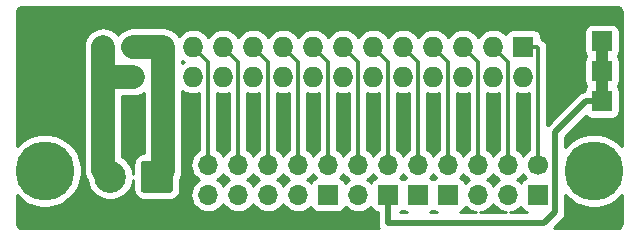
<source format=gbl>
G04 #@! TF.GenerationSoftware,KiCad,Pcbnew,(5.1.4-0-10_14)*
G04 #@! TF.CreationDate,2019-10-04T00:01:10+03:00*
G04 #@! TF.ProjectId,RibbonCable_MB_BreakdownBoard_pt,52696262-6f6e-4436-9162-6c655f4d425f,rev?*
G04 #@! TF.SameCoordinates,Original*
G04 #@! TF.FileFunction,Copper,L2,Bot*
G04 #@! TF.FilePolarity,Positive*
%FSLAX46Y46*%
G04 Gerber Fmt 4.6, Leading zero omitted, Abs format (unit mm)*
G04 Created by KiCad (PCBNEW (5.1.4-0-10_14)) date 2019-10-04 00:01:10*
%MOMM*%
%LPD*%
G04 APERTURE LIST*
%ADD10R,1.700000X1.700000*%
%ADD11C,5.000000*%
%ADD12C,2.700000*%
%ADD13C,0.150000*%
%ADD14O,1.700000X1.700000*%
%ADD15C,1.700000*%
%ADD16O,1.727200X1.727200*%
%ADD17R,1.727200X1.727200*%
%ADD18C,2.000000*%
%ADD19C,0.300000*%
%ADD20C,1.000000*%
%ADD21C,0.500000*%
%ADD22C,0.254000*%
G04 APERTURE END LIST*
D10*
X160682330Y-78613693D03*
X160682330Y-76073693D03*
X160682330Y-73533693D03*
D11*
X113500000Y-84500000D03*
X160000000Y-84500000D03*
D12*
X119040000Y-85000000D03*
D13*
G36*
X124124503Y-83651204D02*
G01*
X124148772Y-83654804D01*
X124172570Y-83660765D01*
X124195670Y-83669030D01*
X124217849Y-83679520D01*
X124238892Y-83692133D01*
X124258598Y-83706748D01*
X124276776Y-83723224D01*
X124293252Y-83741402D01*
X124307867Y-83761108D01*
X124320480Y-83782151D01*
X124330970Y-83804330D01*
X124339235Y-83827430D01*
X124345196Y-83851228D01*
X124348796Y-83875497D01*
X124350000Y-83900001D01*
X124350000Y-86099999D01*
X124348796Y-86124503D01*
X124345196Y-86148772D01*
X124339235Y-86172570D01*
X124330970Y-86195670D01*
X124320480Y-86217849D01*
X124307867Y-86238892D01*
X124293252Y-86258598D01*
X124276776Y-86276776D01*
X124258598Y-86293252D01*
X124238892Y-86307867D01*
X124217849Y-86320480D01*
X124195670Y-86330970D01*
X124172570Y-86339235D01*
X124148772Y-86345196D01*
X124124503Y-86348796D01*
X124099999Y-86350000D01*
X121900001Y-86350000D01*
X121875497Y-86348796D01*
X121851228Y-86345196D01*
X121827430Y-86339235D01*
X121804330Y-86330970D01*
X121782151Y-86320480D01*
X121761108Y-86307867D01*
X121741402Y-86293252D01*
X121723224Y-86276776D01*
X121706748Y-86258598D01*
X121692133Y-86238892D01*
X121679520Y-86217849D01*
X121669030Y-86195670D01*
X121660765Y-86172570D01*
X121654804Y-86148772D01*
X121651204Y-86124503D01*
X121650000Y-86099999D01*
X121650000Y-83900001D01*
X121651204Y-83875497D01*
X121654804Y-83851228D01*
X121660765Y-83827430D01*
X121669030Y-83804330D01*
X121679520Y-83782151D01*
X121692133Y-83761108D01*
X121706748Y-83741402D01*
X121723224Y-83723224D01*
X121741402Y-83706748D01*
X121761108Y-83692133D01*
X121782151Y-83679520D01*
X121804330Y-83669030D01*
X121827430Y-83660765D01*
X121851228Y-83654804D01*
X121875497Y-83651204D01*
X121900001Y-83650000D01*
X124099999Y-83650000D01*
X124124503Y-83651204D01*
X124124503Y-83651204D01*
G37*
D12*
X123000000Y-85000000D03*
D14*
X127330000Y-86540000D03*
X127330000Y-84000000D03*
X129870000Y-86540000D03*
X129870000Y-84000000D03*
X132410000Y-86540000D03*
X132410000Y-84000000D03*
X134950000Y-86540000D03*
X134950000Y-84000000D03*
D10*
X137490000Y-86540000D03*
D14*
X137490000Y-84000000D03*
X140030000Y-86540000D03*
X140030000Y-84000000D03*
D10*
X142570000Y-86540000D03*
D14*
X142570000Y-84000000D03*
D10*
X145110000Y-86540000D03*
D14*
X145110000Y-84000000D03*
D10*
X147650000Y-86540000D03*
D14*
X147650000Y-84000000D03*
X150190000Y-86540000D03*
X150190000Y-84000000D03*
X152730000Y-86540000D03*
X152730000Y-84000000D03*
D10*
X155270000Y-86540000D03*
D15*
X155270000Y-84000000D03*
D16*
X118440000Y-76540000D03*
X118440000Y-74000000D03*
X120980000Y-76540000D03*
X120980000Y-74000000D03*
X123520000Y-76540000D03*
X123520000Y-74000000D03*
X126060000Y-76540000D03*
X126060000Y-74000000D03*
X128600000Y-76540000D03*
X128600000Y-74000000D03*
X131140000Y-76540000D03*
X131140000Y-74000000D03*
X133680000Y-76540000D03*
X133680000Y-74000000D03*
X136220000Y-76540000D03*
X136220000Y-74000000D03*
X138760000Y-76540000D03*
X138760000Y-74000000D03*
X141300000Y-76540000D03*
X141300000Y-74000000D03*
X143840000Y-76540000D03*
X143840000Y-74000000D03*
X146380000Y-76540000D03*
X146380000Y-74000000D03*
X148920000Y-76540000D03*
X148920000Y-74000000D03*
X151460000Y-76540000D03*
X151460000Y-74000000D03*
X154000000Y-76540000D03*
D17*
X154000000Y-74000000D03*
D18*
X120980000Y-76540000D02*
X118440000Y-76540000D01*
X118440000Y-74000000D02*
X118440000Y-76540000D01*
X118440000Y-84400000D02*
X119040000Y-85000000D01*
X118440000Y-76540000D02*
X118440000Y-84400000D01*
X120980000Y-74000000D02*
X123520000Y-74000000D01*
X123520000Y-74000000D02*
X123520000Y-76540000D01*
X123520000Y-84480000D02*
X123000000Y-85000000D01*
X123520000Y-76540000D02*
X123520000Y-84480000D01*
D19*
X127330000Y-75270000D02*
X127330000Y-84000000D01*
X126060000Y-74000000D02*
X127330000Y-75270000D01*
X129870000Y-75270000D02*
X129870000Y-84000000D01*
X128600000Y-74000000D02*
X129870000Y-75270000D01*
X132410000Y-75270000D02*
X132410000Y-84000000D01*
X131140000Y-74000000D02*
X132410000Y-75270000D01*
X134950000Y-75270000D02*
X134950000Y-84000000D01*
X133680000Y-74000000D02*
X134950000Y-75270000D01*
X137490000Y-75270000D02*
X137490000Y-84000000D01*
X136220000Y-74000000D02*
X137490000Y-75270000D01*
X140030000Y-75270000D02*
X140030000Y-84000000D01*
X138760000Y-74000000D02*
X140030000Y-75270000D01*
X142570000Y-75270000D02*
X142570000Y-84000000D01*
X141300000Y-74000000D02*
X142570000Y-75270000D01*
X145110000Y-75270000D02*
X145110000Y-84000000D01*
X143840000Y-74000000D02*
X145110000Y-75270000D01*
X147650000Y-75270000D02*
X147650000Y-84000000D01*
X146380000Y-74000000D02*
X147650000Y-75270000D01*
X150190000Y-75270000D02*
X150190000Y-84000000D01*
X148920000Y-74000000D02*
X150190000Y-75270000D01*
X152730000Y-75270000D02*
X152730000Y-84000000D01*
X151460000Y-74000000D02*
X152730000Y-75270000D01*
X155270000Y-74106400D02*
X155270000Y-82797919D01*
X155163600Y-74000000D02*
X155270000Y-74106400D01*
X155270000Y-82797919D02*
X155270000Y-84000000D01*
X154000000Y-74000000D02*
X155163600Y-74000000D01*
D20*
X160682330Y-73533693D02*
X160682330Y-76073693D01*
X160682330Y-76073693D02*
X160682330Y-78613693D01*
D21*
X142570000Y-87890000D02*
X142569968Y-87890032D01*
X142570000Y-86540000D02*
X142570000Y-87890000D01*
X159332330Y-78613693D02*
X160682330Y-78613693D01*
X156700000Y-88000000D02*
X156700000Y-81246023D01*
X156700000Y-81246023D02*
X159332330Y-78613693D01*
X142570000Y-88896659D02*
X142573341Y-88900000D01*
X142573341Y-88900000D02*
X155800000Y-88900000D01*
X155800000Y-88900000D02*
X156700000Y-88000000D01*
X142570000Y-87890000D02*
X142570000Y-88896659D01*
D22*
G36*
X158001554Y-86935114D02*
G01*
X158515021Y-87278201D01*
X159085554Y-87514524D01*
X159691229Y-87635000D01*
X160308771Y-87635000D01*
X160914446Y-87514524D01*
X161484979Y-87278201D01*
X161998446Y-86935114D01*
X162340001Y-86593559D01*
X162340001Y-88967711D01*
X162330420Y-89065424D01*
X162311420Y-89128357D01*
X162280554Y-89186406D01*
X162239011Y-89237343D01*
X162188356Y-89279248D01*
X162130529Y-89310515D01*
X162067728Y-89329956D01*
X161972165Y-89340000D01*
X156611578Y-89340000D01*
X157295050Y-88656529D01*
X157328817Y-88628817D01*
X157366533Y-88582861D01*
X157439410Y-88494060D01*
X157439411Y-88494059D01*
X157521589Y-88340313D01*
X157572195Y-88173490D01*
X157585000Y-88043477D01*
X157585000Y-88043467D01*
X157589281Y-88000001D01*
X157585000Y-87956535D01*
X157585000Y-86518560D01*
X158001554Y-86935114D01*
X158001554Y-86935114D01*
G37*
X158001554Y-86935114D02*
X158515021Y-87278201D01*
X159085554Y-87514524D01*
X159691229Y-87635000D01*
X160308771Y-87635000D01*
X160914446Y-87514524D01*
X161484979Y-87278201D01*
X161998446Y-86935114D01*
X162340001Y-86593559D01*
X162340001Y-88967711D01*
X162330420Y-89065424D01*
X162311420Y-89128357D01*
X162280554Y-89186406D01*
X162239011Y-89237343D01*
X162188356Y-89279248D01*
X162130529Y-89310515D01*
X162067728Y-89329956D01*
X161972165Y-89340000D01*
X156611578Y-89340000D01*
X157295050Y-88656529D01*
X157328817Y-88628817D01*
X157366533Y-88582861D01*
X157439410Y-88494060D01*
X157439411Y-88494059D01*
X157521589Y-88340313D01*
X157572195Y-88173490D01*
X157585000Y-88043477D01*
X157585000Y-88043467D01*
X157589281Y-88000001D01*
X157585000Y-87956535D01*
X157585000Y-86518560D01*
X158001554Y-86935114D01*
G36*
X162065424Y-70669580D02*
G01*
X162128356Y-70688580D01*
X162186405Y-70719445D01*
X162237343Y-70760989D01*
X162279248Y-70811644D01*
X162310515Y-70869471D01*
X162329956Y-70932272D01*
X162340000Y-71027835D01*
X162340001Y-82406441D01*
X161998446Y-82064886D01*
X161484979Y-81721799D01*
X160914446Y-81485476D01*
X160308771Y-81365000D01*
X159691229Y-81365000D01*
X159085554Y-81485476D01*
X158515021Y-81721799D01*
X158001554Y-82064886D01*
X157585000Y-82481440D01*
X157585000Y-81612601D01*
X159336781Y-79860820D01*
X159381145Y-79914878D01*
X159477836Y-79994230D01*
X159588150Y-80053195D01*
X159707848Y-80089505D01*
X159832330Y-80101765D01*
X161532330Y-80101765D01*
X161656812Y-80089505D01*
X161776510Y-80053195D01*
X161886824Y-79994230D01*
X161983515Y-79914878D01*
X162062867Y-79818187D01*
X162121832Y-79707873D01*
X162158142Y-79588175D01*
X162170402Y-79463693D01*
X162170402Y-77763693D01*
X162158142Y-77639211D01*
X162121832Y-77519513D01*
X162062867Y-77409199D01*
X162009108Y-77343693D01*
X162062867Y-77278187D01*
X162121832Y-77167873D01*
X162158142Y-77048175D01*
X162170402Y-76923693D01*
X162170402Y-75223693D01*
X162158142Y-75099211D01*
X162121832Y-74979513D01*
X162062867Y-74869199D01*
X162009108Y-74803693D01*
X162062867Y-74738187D01*
X162121832Y-74627873D01*
X162158142Y-74508175D01*
X162170402Y-74383693D01*
X162170402Y-72683693D01*
X162158142Y-72559211D01*
X162121832Y-72439513D01*
X162062867Y-72329199D01*
X161983515Y-72232508D01*
X161886824Y-72153156D01*
X161776510Y-72094191D01*
X161656812Y-72057881D01*
X161532330Y-72045621D01*
X159832330Y-72045621D01*
X159707848Y-72057881D01*
X159588150Y-72094191D01*
X159477836Y-72153156D01*
X159381145Y-72232508D01*
X159301793Y-72329199D01*
X159242828Y-72439513D01*
X159206518Y-72559211D01*
X159194258Y-72683693D01*
X159194258Y-74383693D01*
X159206518Y-74508175D01*
X159242828Y-74627873D01*
X159301793Y-74738187D01*
X159355552Y-74803693D01*
X159301793Y-74869199D01*
X159242828Y-74979513D01*
X159206518Y-75099211D01*
X159194258Y-75223693D01*
X159194258Y-76923693D01*
X159206518Y-77048175D01*
X159242828Y-77167873D01*
X159301793Y-77278187D01*
X159355552Y-77343693D01*
X159301793Y-77409199D01*
X159242828Y-77519513D01*
X159206518Y-77639211D01*
X159196812Y-77737758D01*
X159158840Y-77741498D01*
X158992017Y-77792104D01*
X158838271Y-77874282D01*
X158737283Y-77957161D01*
X158737281Y-77957163D01*
X158703513Y-77984876D01*
X158675800Y-78018644D01*
X156104951Y-80589494D01*
X156071184Y-80617206D01*
X156055000Y-80636926D01*
X156055000Y-74144952D01*
X156058797Y-74106399D01*
X156055000Y-74067846D01*
X156055000Y-74067839D01*
X156043641Y-73952513D01*
X155998754Y-73804540D01*
X155925862Y-73668167D01*
X155827764Y-73548636D01*
X155797811Y-73524054D01*
X155745947Y-73472190D01*
X155721364Y-73442236D01*
X155601833Y-73344138D01*
X155501672Y-73290601D01*
X155501672Y-73136400D01*
X155489412Y-73011918D01*
X155453102Y-72892220D01*
X155394137Y-72781906D01*
X155314785Y-72685215D01*
X155218094Y-72605863D01*
X155107780Y-72546898D01*
X154988082Y-72510588D01*
X154863600Y-72498328D01*
X153136400Y-72498328D01*
X153011918Y-72510588D01*
X152892220Y-72546898D01*
X152781906Y-72605863D01*
X152685215Y-72685215D01*
X152605863Y-72781906D01*
X152546898Y-72892220D01*
X152531414Y-72943265D01*
X152524797Y-72935203D01*
X152296606Y-72747931D01*
X152036264Y-72608775D01*
X151753777Y-72523084D01*
X151533619Y-72501400D01*
X151386381Y-72501400D01*
X151166223Y-72523084D01*
X150883736Y-72608775D01*
X150623394Y-72747931D01*
X150395203Y-72935203D01*
X150207931Y-73163394D01*
X150190000Y-73196940D01*
X150172069Y-73163394D01*
X149984797Y-72935203D01*
X149756606Y-72747931D01*
X149496264Y-72608775D01*
X149213777Y-72523084D01*
X148993619Y-72501400D01*
X148846381Y-72501400D01*
X148626223Y-72523084D01*
X148343736Y-72608775D01*
X148083394Y-72747931D01*
X147855203Y-72935203D01*
X147667931Y-73163394D01*
X147650000Y-73196940D01*
X147632069Y-73163394D01*
X147444797Y-72935203D01*
X147216606Y-72747931D01*
X146956264Y-72608775D01*
X146673777Y-72523084D01*
X146453619Y-72501400D01*
X146306381Y-72501400D01*
X146086223Y-72523084D01*
X145803736Y-72608775D01*
X145543394Y-72747931D01*
X145315203Y-72935203D01*
X145127931Y-73163394D01*
X145110000Y-73196940D01*
X145092069Y-73163394D01*
X144904797Y-72935203D01*
X144676606Y-72747931D01*
X144416264Y-72608775D01*
X144133777Y-72523084D01*
X143913619Y-72501400D01*
X143766381Y-72501400D01*
X143546223Y-72523084D01*
X143263736Y-72608775D01*
X143003394Y-72747931D01*
X142775203Y-72935203D01*
X142587931Y-73163394D01*
X142570000Y-73196940D01*
X142552069Y-73163394D01*
X142364797Y-72935203D01*
X142136606Y-72747931D01*
X141876264Y-72608775D01*
X141593777Y-72523084D01*
X141373619Y-72501400D01*
X141226381Y-72501400D01*
X141006223Y-72523084D01*
X140723736Y-72608775D01*
X140463394Y-72747931D01*
X140235203Y-72935203D01*
X140047931Y-73163394D01*
X140030000Y-73196940D01*
X140012069Y-73163394D01*
X139824797Y-72935203D01*
X139596606Y-72747931D01*
X139336264Y-72608775D01*
X139053777Y-72523084D01*
X138833619Y-72501400D01*
X138686381Y-72501400D01*
X138466223Y-72523084D01*
X138183736Y-72608775D01*
X137923394Y-72747931D01*
X137695203Y-72935203D01*
X137507931Y-73163394D01*
X137490000Y-73196940D01*
X137472069Y-73163394D01*
X137284797Y-72935203D01*
X137056606Y-72747931D01*
X136796264Y-72608775D01*
X136513777Y-72523084D01*
X136293619Y-72501400D01*
X136146381Y-72501400D01*
X135926223Y-72523084D01*
X135643736Y-72608775D01*
X135383394Y-72747931D01*
X135155203Y-72935203D01*
X134967931Y-73163394D01*
X134950000Y-73196940D01*
X134932069Y-73163394D01*
X134744797Y-72935203D01*
X134516606Y-72747931D01*
X134256264Y-72608775D01*
X133973777Y-72523084D01*
X133753619Y-72501400D01*
X133606381Y-72501400D01*
X133386223Y-72523084D01*
X133103736Y-72608775D01*
X132843394Y-72747931D01*
X132615203Y-72935203D01*
X132427931Y-73163394D01*
X132410000Y-73196940D01*
X132392069Y-73163394D01*
X132204797Y-72935203D01*
X131976606Y-72747931D01*
X131716264Y-72608775D01*
X131433777Y-72523084D01*
X131213619Y-72501400D01*
X131066381Y-72501400D01*
X130846223Y-72523084D01*
X130563736Y-72608775D01*
X130303394Y-72747931D01*
X130075203Y-72935203D01*
X129887931Y-73163394D01*
X129870000Y-73196940D01*
X129852069Y-73163394D01*
X129664797Y-72935203D01*
X129436606Y-72747931D01*
X129176264Y-72608775D01*
X128893777Y-72523084D01*
X128673619Y-72501400D01*
X128526381Y-72501400D01*
X128306223Y-72523084D01*
X128023736Y-72608775D01*
X127763394Y-72747931D01*
X127535203Y-72935203D01*
X127347931Y-73163394D01*
X127330000Y-73196940D01*
X127312069Y-73163394D01*
X127124797Y-72935203D01*
X126896606Y-72747931D01*
X126636264Y-72608775D01*
X126353777Y-72523084D01*
X126133619Y-72501400D01*
X125986381Y-72501400D01*
X125766223Y-72523084D01*
X125483736Y-72608775D01*
X125223394Y-72747931D01*
X124995203Y-72935203D01*
X124878227Y-73077739D01*
X124681714Y-72838286D01*
X124432752Y-72633969D01*
X124148715Y-72482148D01*
X123840516Y-72388657D01*
X123600322Y-72365000D01*
X123520000Y-72357089D01*
X123439678Y-72365000D01*
X120899678Y-72365000D01*
X120659484Y-72388657D01*
X120351285Y-72482148D01*
X120067248Y-72633969D01*
X119818286Y-72838286D01*
X119710000Y-72970233D01*
X119601714Y-72838286D01*
X119352751Y-72633969D01*
X119068714Y-72482148D01*
X118760515Y-72388657D01*
X118440000Y-72357089D01*
X118119484Y-72388657D01*
X117811285Y-72482148D01*
X117527248Y-72633969D01*
X117278286Y-72838286D01*
X117073969Y-73087249D01*
X116922148Y-73371286D01*
X116828657Y-73679485D01*
X116805000Y-73919679D01*
X116805001Y-76459669D01*
X116797089Y-76540000D01*
X116805000Y-76620322D01*
X116805001Y-84319671D01*
X116797089Y-84400000D01*
X116828658Y-84720516D01*
X116922148Y-85028714D01*
X117066777Y-85299294D01*
X117073970Y-85312752D01*
X117079714Y-85319751D01*
X117131282Y-85579003D01*
X117280915Y-85940250D01*
X117498149Y-86265364D01*
X117774636Y-86541851D01*
X118099750Y-86759085D01*
X118460997Y-86908718D01*
X118844495Y-86985000D01*
X119235505Y-86985000D01*
X119619003Y-86908718D01*
X119980250Y-86759085D01*
X120305364Y-86541851D01*
X120581851Y-86265364D01*
X120799085Y-85940250D01*
X120948718Y-85579003D01*
X121011928Y-85261223D01*
X121011928Y-86099999D01*
X121028992Y-86273253D01*
X121079529Y-86439850D01*
X121161595Y-86593386D01*
X121272039Y-86727961D01*
X121406614Y-86838405D01*
X121560150Y-86920471D01*
X121726747Y-86971008D01*
X121900001Y-86988072D01*
X124099999Y-86988072D01*
X124273253Y-86971008D01*
X124439850Y-86920471D01*
X124593386Y-86838405D01*
X124727961Y-86727961D01*
X124838405Y-86593386D01*
X124920471Y-86439850D01*
X124971008Y-86273253D01*
X124988072Y-86099999D01*
X124988072Y-85201847D01*
X125037852Y-85108715D01*
X125131343Y-84800516D01*
X125155000Y-84560322D01*
X125155000Y-84560320D01*
X125162911Y-84480001D01*
X125155000Y-84399681D01*
X125155000Y-77735939D01*
X125223394Y-77792069D01*
X125483736Y-77931225D01*
X125766223Y-78016916D01*
X125986381Y-78038600D01*
X126133619Y-78038600D01*
X126353777Y-78016916D01*
X126545000Y-77958909D01*
X126545001Y-82735768D01*
X126500986Y-82759294D01*
X126274866Y-82944866D01*
X126089294Y-83170986D01*
X125951401Y-83428966D01*
X125866487Y-83708889D01*
X125837815Y-84000000D01*
X125866487Y-84291111D01*
X125951401Y-84571034D01*
X126089294Y-84829014D01*
X126274866Y-85055134D01*
X126500986Y-85240706D01*
X126555791Y-85270000D01*
X126500986Y-85299294D01*
X126274866Y-85484866D01*
X126089294Y-85710986D01*
X125951401Y-85968966D01*
X125866487Y-86248889D01*
X125837815Y-86540000D01*
X125866487Y-86831111D01*
X125951401Y-87111034D01*
X126089294Y-87369014D01*
X126274866Y-87595134D01*
X126500986Y-87780706D01*
X126758966Y-87918599D01*
X127038889Y-88003513D01*
X127257050Y-88025000D01*
X127402950Y-88025000D01*
X127621111Y-88003513D01*
X127901034Y-87918599D01*
X128159014Y-87780706D01*
X128385134Y-87595134D01*
X128570706Y-87369014D01*
X128600000Y-87314209D01*
X128629294Y-87369014D01*
X128814866Y-87595134D01*
X129040986Y-87780706D01*
X129298966Y-87918599D01*
X129578889Y-88003513D01*
X129797050Y-88025000D01*
X129942950Y-88025000D01*
X130161111Y-88003513D01*
X130441034Y-87918599D01*
X130699014Y-87780706D01*
X130925134Y-87595134D01*
X131110706Y-87369014D01*
X131140000Y-87314209D01*
X131169294Y-87369014D01*
X131354866Y-87595134D01*
X131580986Y-87780706D01*
X131838966Y-87918599D01*
X132118889Y-88003513D01*
X132337050Y-88025000D01*
X132482950Y-88025000D01*
X132701111Y-88003513D01*
X132981034Y-87918599D01*
X133239014Y-87780706D01*
X133465134Y-87595134D01*
X133650706Y-87369014D01*
X133680000Y-87314209D01*
X133709294Y-87369014D01*
X133894866Y-87595134D01*
X134120986Y-87780706D01*
X134378966Y-87918599D01*
X134658889Y-88003513D01*
X134877050Y-88025000D01*
X135022950Y-88025000D01*
X135241111Y-88003513D01*
X135521034Y-87918599D01*
X135779014Y-87780706D01*
X136005134Y-87595134D01*
X136029607Y-87565313D01*
X136050498Y-87634180D01*
X136109463Y-87744494D01*
X136188815Y-87841185D01*
X136285506Y-87920537D01*
X136395820Y-87979502D01*
X136515518Y-88015812D01*
X136640000Y-88028072D01*
X138340000Y-88028072D01*
X138464482Y-88015812D01*
X138584180Y-87979502D01*
X138694494Y-87920537D01*
X138791185Y-87841185D01*
X138870537Y-87744494D01*
X138929502Y-87634180D01*
X138950393Y-87565313D01*
X138974866Y-87595134D01*
X139200986Y-87780706D01*
X139458966Y-87918599D01*
X139738889Y-88003513D01*
X139957050Y-88025000D01*
X140102950Y-88025000D01*
X140321111Y-88003513D01*
X140601034Y-87918599D01*
X140859014Y-87780706D01*
X141085134Y-87595134D01*
X141109607Y-87565313D01*
X141130498Y-87634180D01*
X141189463Y-87744494D01*
X141268815Y-87841185D01*
X141365506Y-87920537D01*
X141475820Y-87979502D01*
X141595518Y-88015812D01*
X141685000Y-88024625D01*
X141685001Y-88853181D01*
X141680719Y-88896659D01*
X141697805Y-89070149D01*
X141748412Y-89236972D01*
X141803481Y-89340000D01*
X111532279Y-89340000D01*
X111434576Y-89330420D01*
X111371643Y-89311420D01*
X111313594Y-89280554D01*
X111262657Y-89239011D01*
X111220752Y-89188356D01*
X111189485Y-89130529D01*
X111170044Y-89067728D01*
X111160000Y-88972165D01*
X111160000Y-86593560D01*
X111501554Y-86935114D01*
X112015021Y-87278201D01*
X112585554Y-87514524D01*
X113191229Y-87635000D01*
X113808771Y-87635000D01*
X114414446Y-87514524D01*
X114984979Y-87278201D01*
X115498446Y-86935114D01*
X115935114Y-86498446D01*
X116278201Y-85984979D01*
X116514524Y-85414446D01*
X116635000Y-84808771D01*
X116635000Y-84191229D01*
X116514524Y-83585554D01*
X116278201Y-83015021D01*
X115935114Y-82501554D01*
X115498446Y-82064886D01*
X114984979Y-81721799D01*
X114414446Y-81485476D01*
X113808771Y-81365000D01*
X113191229Y-81365000D01*
X112585554Y-81485476D01*
X112015021Y-81721799D01*
X111501554Y-82064886D01*
X111160000Y-82406440D01*
X111160000Y-71032279D01*
X111169580Y-70934576D01*
X111188580Y-70871644D01*
X111219445Y-70813595D01*
X111260989Y-70762657D01*
X111311644Y-70720752D01*
X111369471Y-70689485D01*
X111432272Y-70670044D01*
X111527835Y-70660000D01*
X161967721Y-70660000D01*
X162065424Y-70669580D01*
X162065424Y-70669580D01*
G37*
X162065424Y-70669580D02*
X162128356Y-70688580D01*
X162186405Y-70719445D01*
X162237343Y-70760989D01*
X162279248Y-70811644D01*
X162310515Y-70869471D01*
X162329956Y-70932272D01*
X162340000Y-71027835D01*
X162340001Y-82406441D01*
X161998446Y-82064886D01*
X161484979Y-81721799D01*
X160914446Y-81485476D01*
X160308771Y-81365000D01*
X159691229Y-81365000D01*
X159085554Y-81485476D01*
X158515021Y-81721799D01*
X158001554Y-82064886D01*
X157585000Y-82481440D01*
X157585000Y-81612601D01*
X159336781Y-79860820D01*
X159381145Y-79914878D01*
X159477836Y-79994230D01*
X159588150Y-80053195D01*
X159707848Y-80089505D01*
X159832330Y-80101765D01*
X161532330Y-80101765D01*
X161656812Y-80089505D01*
X161776510Y-80053195D01*
X161886824Y-79994230D01*
X161983515Y-79914878D01*
X162062867Y-79818187D01*
X162121832Y-79707873D01*
X162158142Y-79588175D01*
X162170402Y-79463693D01*
X162170402Y-77763693D01*
X162158142Y-77639211D01*
X162121832Y-77519513D01*
X162062867Y-77409199D01*
X162009108Y-77343693D01*
X162062867Y-77278187D01*
X162121832Y-77167873D01*
X162158142Y-77048175D01*
X162170402Y-76923693D01*
X162170402Y-75223693D01*
X162158142Y-75099211D01*
X162121832Y-74979513D01*
X162062867Y-74869199D01*
X162009108Y-74803693D01*
X162062867Y-74738187D01*
X162121832Y-74627873D01*
X162158142Y-74508175D01*
X162170402Y-74383693D01*
X162170402Y-72683693D01*
X162158142Y-72559211D01*
X162121832Y-72439513D01*
X162062867Y-72329199D01*
X161983515Y-72232508D01*
X161886824Y-72153156D01*
X161776510Y-72094191D01*
X161656812Y-72057881D01*
X161532330Y-72045621D01*
X159832330Y-72045621D01*
X159707848Y-72057881D01*
X159588150Y-72094191D01*
X159477836Y-72153156D01*
X159381145Y-72232508D01*
X159301793Y-72329199D01*
X159242828Y-72439513D01*
X159206518Y-72559211D01*
X159194258Y-72683693D01*
X159194258Y-74383693D01*
X159206518Y-74508175D01*
X159242828Y-74627873D01*
X159301793Y-74738187D01*
X159355552Y-74803693D01*
X159301793Y-74869199D01*
X159242828Y-74979513D01*
X159206518Y-75099211D01*
X159194258Y-75223693D01*
X159194258Y-76923693D01*
X159206518Y-77048175D01*
X159242828Y-77167873D01*
X159301793Y-77278187D01*
X159355552Y-77343693D01*
X159301793Y-77409199D01*
X159242828Y-77519513D01*
X159206518Y-77639211D01*
X159196812Y-77737758D01*
X159158840Y-77741498D01*
X158992017Y-77792104D01*
X158838271Y-77874282D01*
X158737283Y-77957161D01*
X158737281Y-77957163D01*
X158703513Y-77984876D01*
X158675800Y-78018644D01*
X156104951Y-80589494D01*
X156071184Y-80617206D01*
X156055000Y-80636926D01*
X156055000Y-74144952D01*
X156058797Y-74106399D01*
X156055000Y-74067846D01*
X156055000Y-74067839D01*
X156043641Y-73952513D01*
X155998754Y-73804540D01*
X155925862Y-73668167D01*
X155827764Y-73548636D01*
X155797811Y-73524054D01*
X155745947Y-73472190D01*
X155721364Y-73442236D01*
X155601833Y-73344138D01*
X155501672Y-73290601D01*
X155501672Y-73136400D01*
X155489412Y-73011918D01*
X155453102Y-72892220D01*
X155394137Y-72781906D01*
X155314785Y-72685215D01*
X155218094Y-72605863D01*
X155107780Y-72546898D01*
X154988082Y-72510588D01*
X154863600Y-72498328D01*
X153136400Y-72498328D01*
X153011918Y-72510588D01*
X152892220Y-72546898D01*
X152781906Y-72605863D01*
X152685215Y-72685215D01*
X152605863Y-72781906D01*
X152546898Y-72892220D01*
X152531414Y-72943265D01*
X152524797Y-72935203D01*
X152296606Y-72747931D01*
X152036264Y-72608775D01*
X151753777Y-72523084D01*
X151533619Y-72501400D01*
X151386381Y-72501400D01*
X151166223Y-72523084D01*
X150883736Y-72608775D01*
X150623394Y-72747931D01*
X150395203Y-72935203D01*
X150207931Y-73163394D01*
X150190000Y-73196940D01*
X150172069Y-73163394D01*
X149984797Y-72935203D01*
X149756606Y-72747931D01*
X149496264Y-72608775D01*
X149213777Y-72523084D01*
X148993619Y-72501400D01*
X148846381Y-72501400D01*
X148626223Y-72523084D01*
X148343736Y-72608775D01*
X148083394Y-72747931D01*
X147855203Y-72935203D01*
X147667931Y-73163394D01*
X147650000Y-73196940D01*
X147632069Y-73163394D01*
X147444797Y-72935203D01*
X147216606Y-72747931D01*
X146956264Y-72608775D01*
X146673777Y-72523084D01*
X146453619Y-72501400D01*
X146306381Y-72501400D01*
X146086223Y-72523084D01*
X145803736Y-72608775D01*
X145543394Y-72747931D01*
X145315203Y-72935203D01*
X145127931Y-73163394D01*
X145110000Y-73196940D01*
X145092069Y-73163394D01*
X144904797Y-72935203D01*
X144676606Y-72747931D01*
X144416264Y-72608775D01*
X144133777Y-72523084D01*
X143913619Y-72501400D01*
X143766381Y-72501400D01*
X143546223Y-72523084D01*
X143263736Y-72608775D01*
X143003394Y-72747931D01*
X142775203Y-72935203D01*
X142587931Y-73163394D01*
X142570000Y-73196940D01*
X142552069Y-73163394D01*
X142364797Y-72935203D01*
X142136606Y-72747931D01*
X141876264Y-72608775D01*
X141593777Y-72523084D01*
X141373619Y-72501400D01*
X141226381Y-72501400D01*
X141006223Y-72523084D01*
X140723736Y-72608775D01*
X140463394Y-72747931D01*
X140235203Y-72935203D01*
X140047931Y-73163394D01*
X140030000Y-73196940D01*
X140012069Y-73163394D01*
X139824797Y-72935203D01*
X139596606Y-72747931D01*
X139336264Y-72608775D01*
X139053777Y-72523084D01*
X138833619Y-72501400D01*
X138686381Y-72501400D01*
X138466223Y-72523084D01*
X138183736Y-72608775D01*
X137923394Y-72747931D01*
X137695203Y-72935203D01*
X137507931Y-73163394D01*
X137490000Y-73196940D01*
X137472069Y-73163394D01*
X137284797Y-72935203D01*
X137056606Y-72747931D01*
X136796264Y-72608775D01*
X136513777Y-72523084D01*
X136293619Y-72501400D01*
X136146381Y-72501400D01*
X135926223Y-72523084D01*
X135643736Y-72608775D01*
X135383394Y-72747931D01*
X135155203Y-72935203D01*
X134967931Y-73163394D01*
X134950000Y-73196940D01*
X134932069Y-73163394D01*
X134744797Y-72935203D01*
X134516606Y-72747931D01*
X134256264Y-72608775D01*
X133973777Y-72523084D01*
X133753619Y-72501400D01*
X133606381Y-72501400D01*
X133386223Y-72523084D01*
X133103736Y-72608775D01*
X132843394Y-72747931D01*
X132615203Y-72935203D01*
X132427931Y-73163394D01*
X132410000Y-73196940D01*
X132392069Y-73163394D01*
X132204797Y-72935203D01*
X131976606Y-72747931D01*
X131716264Y-72608775D01*
X131433777Y-72523084D01*
X131213619Y-72501400D01*
X131066381Y-72501400D01*
X130846223Y-72523084D01*
X130563736Y-72608775D01*
X130303394Y-72747931D01*
X130075203Y-72935203D01*
X129887931Y-73163394D01*
X129870000Y-73196940D01*
X129852069Y-73163394D01*
X129664797Y-72935203D01*
X129436606Y-72747931D01*
X129176264Y-72608775D01*
X128893777Y-72523084D01*
X128673619Y-72501400D01*
X128526381Y-72501400D01*
X128306223Y-72523084D01*
X128023736Y-72608775D01*
X127763394Y-72747931D01*
X127535203Y-72935203D01*
X127347931Y-73163394D01*
X127330000Y-73196940D01*
X127312069Y-73163394D01*
X127124797Y-72935203D01*
X126896606Y-72747931D01*
X126636264Y-72608775D01*
X126353777Y-72523084D01*
X126133619Y-72501400D01*
X125986381Y-72501400D01*
X125766223Y-72523084D01*
X125483736Y-72608775D01*
X125223394Y-72747931D01*
X124995203Y-72935203D01*
X124878227Y-73077739D01*
X124681714Y-72838286D01*
X124432752Y-72633969D01*
X124148715Y-72482148D01*
X123840516Y-72388657D01*
X123600322Y-72365000D01*
X123520000Y-72357089D01*
X123439678Y-72365000D01*
X120899678Y-72365000D01*
X120659484Y-72388657D01*
X120351285Y-72482148D01*
X120067248Y-72633969D01*
X119818286Y-72838286D01*
X119710000Y-72970233D01*
X119601714Y-72838286D01*
X119352751Y-72633969D01*
X119068714Y-72482148D01*
X118760515Y-72388657D01*
X118440000Y-72357089D01*
X118119484Y-72388657D01*
X117811285Y-72482148D01*
X117527248Y-72633969D01*
X117278286Y-72838286D01*
X117073969Y-73087249D01*
X116922148Y-73371286D01*
X116828657Y-73679485D01*
X116805000Y-73919679D01*
X116805001Y-76459669D01*
X116797089Y-76540000D01*
X116805000Y-76620322D01*
X116805001Y-84319671D01*
X116797089Y-84400000D01*
X116828658Y-84720516D01*
X116922148Y-85028714D01*
X117066777Y-85299294D01*
X117073970Y-85312752D01*
X117079714Y-85319751D01*
X117131282Y-85579003D01*
X117280915Y-85940250D01*
X117498149Y-86265364D01*
X117774636Y-86541851D01*
X118099750Y-86759085D01*
X118460997Y-86908718D01*
X118844495Y-86985000D01*
X119235505Y-86985000D01*
X119619003Y-86908718D01*
X119980250Y-86759085D01*
X120305364Y-86541851D01*
X120581851Y-86265364D01*
X120799085Y-85940250D01*
X120948718Y-85579003D01*
X121011928Y-85261223D01*
X121011928Y-86099999D01*
X121028992Y-86273253D01*
X121079529Y-86439850D01*
X121161595Y-86593386D01*
X121272039Y-86727961D01*
X121406614Y-86838405D01*
X121560150Y-86920471D01*
X121726747Y-86971008D01*
X121900001Y-86988072D01*
X124099999Y-86988072D01*
X124273253Y-86971008D01*
X124439850Y-86920471D01*
X124593386Y-86838405D01*
X124727961Y-86727961D01*
X124838405Y-86593386D01*
X124920471Y-86439850D01*
X124971008Y-86273253D01*
X124988072Y-86099999D01*
X124988072Y-85201847D01*
X125037852Y-85108715D01*
X125131343Y-84800516D01*
X125155000Y-84560322D01*
X125155000Y-84560320D01*
X125162911Y-84480001D01*
X125155000Y-84399681D01*
X125155000Y-77735939D01*
X125223394Y-77792069D01*
X125483736Y-77931225D01*
X125766223Y-78016916D01*
X125986381Y-78038600D01*
X126133619Y-78038600D01*
X126353777Y-78016916D01*
X126545000Y-77958909D01*
X126545001Y-82735768D01*
X126500986Y-82759294D01*
X126274866Y-82944866D01*
X126089294Y-83170986D01*
X125951401Y-83428966D01*
X125866487Y-83708889D01*
X125837815Y-84000000D01*
X125866487Y-84291111D01*
X125951401Y-84571034D01*
X126089294Y-84829014D01*
X126274866Y-85055134D01*
X126500986Y-85240706D01*
X126555791Y-85270000D01*
X126500986Y-85299294D01*
X126274866Y-85484866D01*
X126089294Y-85710986D01*
X125951401Y-85968966D01*
X125866487Y-86248889D01*
X125837815Y-86540000D01*
X125866487Y-86831111D01*
X125951401Y-87111034D01*
X126089294Y-87369014D01*
X126274866Y-87595134D01*
X126500986Y-87780706D01*
X126758966Y-87918599D01*
X127038889Y-88003513D01*
X127257050Y-88025000D01*
X127402950Y-88025000D01*
X127621111Y-88003513D01*
X127901034Y-87918599D01*
X128159014Y-87780706D01*
X128385134Y-87595134D01*
X128570706Y-87369014D01*
X128600000Y-87314209D01*
X128629294Y-87369014D01*
X128814866Y-87595134D01*
X129040986Y-87780706D01*
X129298966Y-87918599D01*
X129578889Y-88003513D01*
X129797050Y-88025000D01*
X129942950Y-88025000D01*
X130161111Y-88003513D01*
X130441034Y-87918599D01*
X130699014Y-87780706D01*
X130925134Y-87595134D01*
X131110706Y-87369014D01*
X131140000Y-87314209D01*
X131169294Y-87369014D01*
X131354866Y-87595134D01*
X131580986Y-87780706D01*
X131838966Y-87918599D01*
X132118889Y-88003513D01*
X132337050Y-88025000D01*
X132482950Y-88025000D01*
X132701111Y-88003513D01*
X132981034Y-87918599D01*
X133239014Y-87780706D01*
X133465134Y-87595134D01*
X133650706Y-87369014D01*
X133680000Y-87314209D01*
X133709294Y-87369014D01*
X133894866Y-87595134D01*
X134120986Y-87780706D01*
X134378966Y-87918599D01*
X134658889Y-88003513D01*
X134877050Y-88025000D01*
X135022950Y-88025000D01*
X135241111Y-88003513D01*
X135521034Y-87918599D01*
X135779014Y-87780706D01*
X136005134Y-87595134D01*
X136029607Y-87565313D01*
X136050498Y-87634180D01*
X136109463Y-87744494D01*
X136188815Y-87841185D01*
X136285506Y-87920537D01*
X136395820Y-87979502D01*
X136515518Y-88015812D01*
X136640000Y-88028072D01*
X138340000Y-88028072D01*
X138464482Y-88015812D01*
X138584180Y-87979502D01*
X138694494Y-87920537D01*
X138791185Y-87841185D01*
X138870537Y-87744494D01*
X138929502Y-87634180D01*
X138950393Y-87565313D01*
X138974866Y-87595134D01*
X139200986Y-87780706D01*
X139458966Y-87918599D01*
X139738889Y-88003513D01*
X139957050Y-88025000D01*
X140102950Y-88025000D01*
X140321111Y-88003513D01*
X140601034Y-87918599D01*
X140859014Y-87780706D01*
X141085134Y-87595134D01*
X141109607Y-87565313D01*
X141130498Y-87634180D01*
X141189463Y-87744494D01*
X141268815Y-87841185D01*
X141365506Y-87920537D01*
X141475820Y-87979502D01*
X141595518Y-88015812D01*
X141685000Y-88024625D01*
X141685001Y-88853181D01*
X141680719Y-88896659D01*
X141697805Y-89070149D01*
X141748412Y-89236972D01*
X141803481Y-89340000D01*
X111532279Y-89340000D01*
X111434576Y-89330420D01*
X111371643Y-89311420D01*
X111313594Y-89280554D01*
X111262657Y-89239011D01*
X111220752Y-89188356D01*
X111189485Y-89130529D01*
X111170044Y-89067728D01*
X111160000Y-88972165D01*
X111160000Y-86593560D01*
X111501554Y-86935114D01*
X112015021Y-87278201D01*
X112585554Y-87514524D01*
X113191229Y-87635000D01*
X113808771Y-87635000D01*
X114414446Y-87514524D01*
X114984979Y-87278201D01*
X115498446Y-86935114D01*
X115935114Y-86498446D01*
X116278201Y-85984979D01*
X116514524Y-85414446D01*
X116635000Y-84808771D01*
X116635000Y-84191229D01*
X116514524Y-83585554D01*
X116278201Y-83015021D01*
X115935114Y-82501554D01*
X115498446Y-82064886D01*
X114984979Y-81721799D01*
X114414446Y-81485476D01*
X113808771Y-81365000D01*
X113191229Y-81365000D01*
X112585554Y-81485476D01*
X112015021Y-81721799D01*
X111501554Y-82064886D01*
X111160000Y-82406440D01*
X111160000Y-71032279D01*
X111169580Y-70934576D01*
X111188580Y-70871644D01*
X111219445Y-70813595D01*
X111260989Y-70762657D01*
X111311644Y-70720752D01*
X111369471Y-70689485D01*
X111432272Y-70670044D01*
X111527835Y-70660000D01*
X161967721Y-70660000D01*
X162065424Y-70669580D01*
G36*
X143905506Y-87920537D02*
G01*
X144015820Y-87979502D01*
X144132841Y-88015000D01*
X143547159Y-88015000D01*
X143664180Y-87979502D01*
X143774494Y-87920537D01*
X143840000Y-87866778D01*
X143905506Y-87920537D01*
X143905506Y-87920537D01*
G37*
X143905506Y-87920537D02*
X144015820Y-87979502D01*
X144132841Y-88015000D01*
X143547159Y-88015000D01*
X143664180Y-87979502D01*
X143774494Y-87920537D01*
X143840000Y-87866778D01*
X143905506Y-87920537D01*
G36*
X146445506Y-87920537D02*
G01*
X146555820Y-87979502D01*
X146672841Y-88015000D01*
X146087159Y-88015000D01*
X146204180Y-87979502D01*
X146314494Y-87920537D01*
X146380000Y-87866778D01*
X146445506Y-87920537D01*
X146445506Y-87920537D01*
G37*
X146445506Y-87920537D02*
X146555820Y-87979502D01*
X146672841Y-88015000D01*
X146087159Y-88015000D01*
X146204180Y-87979502D01*
X146314494Y-87920537D01*
X146380000Y-87866778D01*
X146445506Y-87920537D01*
G36*
X151489294Y-87369014D02*
G01*
X151674866Y-87595134D01*
X151900986Y-87780706D01*
X152158966Y-87918599D01*
X152438889Y-88003513D01*
X152555518Y-88015000D01*
X150364482Y-88015000D01*
X150481111Y-88003513D01*
X150761034Y-87918599D01*
X151019014Y-87780706D01*
X151245134Y-87595134D01*
X151430706Y-87369014D01*
X151460000Y-87314209D01*
X151489294Y-87369014D01*
X151489294Y-87369014D01*
G37*
X151489294Y-87369014D02*
X151674866Y-87595134D01*
X151900986Y-87780706D01*
X152158966Y-87918599D01*
X152438889Y-88003513D01*
X152555518Y-88015000D01*
X150364482Y-88015000D01*
X150481111Y-88003513D01*
X150761034Y-87918599D01*
X151019014Y-87780706D01*
X151245134Y-87595134D01*
X151430706Y-87369014D01*
X151460000Y-87314209D01*
X151489294Y-87369014D01*
G36*
X153830498Y-87634180D02*
G01*
X153889463Y-87744494D01*
X153968815Y-87841185D01*
X154065506Y-87920537D01*
X154175820Y-87979502D01*
X154292841Y-88015000D01*
X152904482Y-88015000D01*
X153021111Y-88003513D01*
X153301034Y-87918599D01*
X153559014Y-87780706D01*
X153785134Y-87595134D01*
X153809607Y-87565313D01*
X153830498Y-87634180D01*
X153830498Y-87634180D01*
G37*
X153830498Y-87634180D02*
X153889463Y-87744494D01*
X153968815Y-87841185D01*
X154065506Y-87920537D01*
X154175820Y-87979502D01*
X154292841Y-88015000D01*
X152904482Y-88015000D01*
X153021111Y-88003513D01*
X153301034Y-87918599D01*
X153559014Y-87780706D01*
X153785134Y-87595134D01*
X153809607Y-87565313D01*
X153830498Y-87634180D01*
G36*
X149134866Y-87595134D02*
G01*
X149360986Y-87780706D01*
X149618966Y-87918599D01*
X149898889Y-88003513D01*
X150015518Y-88015000D01*
X148627159Y-88015000D01*
X148744180Y-87979502D01*
X148854494Y-87920537D01*
X148951185Y-87841185D01*
X149030537Y-87744494D01*
X149089502Y-87634180D01*
X149110393Y-87565313D01*
X149134866Y-87595134D01*
X149134866Y-87595134D01*
G37*
X149134866Y-87595134D02*
X149360986Y-87780706D01*
X149618966Y-87918599D01*
X149898889Y-88003513D01*
X150015518Y-88015000D01*
X148627159Y-88015000D01*
X148744180Y-87979502D01*
X148854494Y-87920537D01*
X148951185Y-87841185D01*
X149030537Y-87744494D01*
X149089502Y-87634180D01*
X149110393Y-87565313D01*
X149134866Y-87595134D01*
G36*
X131169294Y-84829014D02*
G01*
X131354866Y-85055134D01*
X131580986Y-85240706D01*
X131635791Y-85270000D01*
X131580986Y-85299294D01*
X131354866Y-85484866D01*
X131169294Y-85710986D01*
X131140000Y-85765791D01*
X131110706Y-85710986D01*
X130925134Y-85484866D01*
X130699014Y-85299294D01*
X130644209Y-85270000D01*
X130699014Y-85240706D01*
X130925134Y-85055134D01*
X131110706Y-84829014D01*
X131140000Y-84774209D01*
X131169294Y-84829014D01*
X131169294Y-84829014D01*
G37*
X131169294Y-84829014D02*
X131354866Y-85055134D01*
X131580986Y-85240706D01*
X131635791Y-85270000D01*
X131580986Y-85299294D01*
X131354866Y-85484866D01*
X131169294Y-85710986D01*
X131140000Y-85765791D01*
X131110706Y-85710986D01*
X130925134Y-85484866D01*
X130699014Y-85299294D01*
X130644209Y-85270000D01*
X130699014Y-85240706D01*
X130925134Y-85055134D01*
X131110706Y-84829014D01*
X131140000Y-84774209D01*
X131169294Y-84829014D01*
G36*
X133709294Y-84829014D02*
G01*
X133894866Y-85055134D01*
X134120986Y-85240706D01*
X134175791Y-85270000D01*
X134120986Y-85299294D01*
X133894866Y-85484866D01*
X133709294Y-85710986D01*
X133680000Y-85765791D01*
X133650706Y-85710986D01*
X133465134Y-85484866D01*
X133239014Y-85299294D01*
X133184209Y-85270000D01*
X133239014Y-85240706D01*
X133465134Y-85055134D01*
X133650706Y-84829014D01*
X133680000Y-84774209D01*
X133709294Y-84829014D01*
X133709294Y-84829014D01*
G37*
X133709294Y-84829014D02*
X133894866Y-85055134D01*
X134120986Y-85240706D01*
X134175791Y-85270000D01*
X134120986Y-85299294D01*
X133894866Y-85484866D01*
X133709294Y-85710986D01*
X133680000Y-85765791D01*
X133650706Y-85710986D01*
X133465134Y-85484866D01*
X133239014Y-85299294D01*
X133184209Y-85270000D01*
X133239014Y-85240706D01*
X133465134Y-85055134D01*
X133650706Y-84829014D01*
X133680000Y-84774209D01*
X133709294Y-84829014D01*
G36*
X151489294Y-84829014D02*
G01*
X151674866Y-85055134D01*
X151900986Y-85240706D01*
X151955791Y-85270000D01*
X151900986Y-85299294D01*
X151674866Y-85484866D01*
X151489294Y-85710986D01*
X151460000Y-85765791D01*
X151430706Y-85710986D01*
X151245134Y-85484866D01*
X151019014Y-85299294D01*
X150964209Y-85270000D01*
X151019014Y-85240706D01*
X151245134Y-85055134D01*
X151430706Y-84829014D01*
X151460000Y-84774209D01*
X151489294Y-84829014D01*
X151489294Y-84829014D01*
G37*
X151489294Y-84829014D02*
X151674866Y-85055134D01*
X151900986Y-85240706D01*
X151955791Y-85270000D01*
X151900986Y-85299294D01*
X151674866Y-85484866D01*
X151489294Y-85710986D01*
X151460000Y-85765791D01*
X151430706Y-85710986D01*
X151245134Y-85484866D01*
X151019014Y-85299294D01*
X150964209Y-85270000D01*
X151019014Y-85240706D01*
X151245134Y-85055134D01*
X151430706Y-84829014D01*
X151460000Y-84774209D01*
X151489294Y-84829014D01*
G36*
X128629294Y-84829014D02*
G01*
X128814866Y-85055134D01*
X129040986Y-85240706D01*
X129095791Y-85270000D01*
X129040986Y-85299294D01*
X128814866Y-85484866D01*
X128629294Y-85710986D01*
X128600000Y-85765791D01*
X128570706Y-85710986D01*
X128385134Y-85484866D01*
X128159014Y-85299294D01*
X128104209Y-85270000D01*
X128159014Y-85240706D01*
X128385134Y-85055134D01*
X128570706Y-84829014D01*
X128600000Y-84774209D01*
X128629294Y-84829014D01*
X128629294Y-84829014D01*
G37*
X128629294Y-84829014D02*
X128814866Y-85055134D01*
X129040986Y-85240706D01*
X129095791Y-85270000D01*
X129040986Y-85299294D01*
X128814866Y-85484866D01*
X128629294Y-85710986D01*
X128600000Y-85765791D01*
X128570706Y-85710986D01*
X128385134Y-85484866D01*
X128159014Y-85299294D01*
X128104209Y-85270000D01*
X128159014Y-85240706D01*
X128385134Y-85055134D01*
X128570706Y-84829014D01*
X128600000Y-84774209D01*
X128629294Y-84829014D01*
G36*
X136249294Y-84829014D02*
G01*
X136434866Y-85055134D01*
X136464687Y-85079607D01*
X136395820Y-85100498D01*
X136285506Y-85159463D01*
X136188815Y-85238815D01*
X136109463Y-85335506D01*
X136050498Y-85445820D01*
X136029607Y-85514687D01*
X136005134Y-85484866D01*
X135779014Y-85299294D01*
X135724209Y-85270000D01*
X135779014Y-85240706D01*
X136005134Y-85055134D01*
X136190706Y-84829014D01*
X136220000Y-84774209D01*
X136249294Y-84829014D01*
X136249294Y-84829014D01*
G37*
X136249294Y-84829014D02*
X136434866Y-85055134D01*
X136464687Y-85079607D01*
X136395820Y-85100498D01*
X136285506Y-85159463D01*
X136188815Y-85238815D01*
X136109463Y-85335506D01*
X136050498Y-85445820D01*
X136029607Y-85514687D01*
X136005134Y-85484866D01*
X135779014Y-85299294D01*
X135724209Y-85270000D01*
X135779014Y-85240706D01*
X136005134Y-85055134D01*
X136190706Y-84829014D01*
X136220000Y-84774209D01*
X136249294Y-84829014D01*
G36*
X148949294Y-84829014D02*
G01*
X149134866Y-85055134D01*
X149360986Y-85240706D01*
X149415791Y-85270000D01*
X149360986Y-85299294D01*
X149134866Y-85484866D01*
X149110393Y-85514687D01*
X149089502Y-85445820D01*
X149030537Y-85335506D01*
X148951185Y-85238815D01*
X148854494Y-85159463D01*
X148744180Y-85100498D01*
X148675313Y-85079607D01*
X148705134Y-85055134D01*
X148890706Y-84829014D01*
X148920000Y-84774209D01*
X148949294Y-84829014D01*
X148949294Y-84829014D01*
G37*
X148949294Y-84829014D02*
X149134866Y-85055134D01*
X149360986Y-85240706D01*
X149415791Y-85270000D01*
X149360986Y-85299294D01*
X149134866Y-85484866D01*
X149110393Y-85514687D01*
X149089502Y-85445820D01*
X149030537Y-85335506D01*
X148951185Y-85238815D01*
X148854494Y-85159463D01*
X148744180Y-85100498D01*
X148675313Y-85079607D01*
X148705134Y-85055134D01*
X148890706Y-84829014D01*
X148920000Y-84774209D01*
X148949294Y-84829014D01*
G36*
X141329294Y-84829014D02*
G01*
X141514866Y-85055134D01*
X141544687Y-85079607D01*
X141475820Y-85100498D01*
X141365506Y-85159463D01*
X141268815Y-85238815D01*
X141189463Y-85335506D01*
X141130498Y-85445820D01*
X141109607Y-85514687D01*
X141085134Y-85484866D01*
X140859014Y-85299294D01*
X140804209Y-85270000D01*
X140859014Y-85240706D01*
X141085134Y-85055134D01*
X141270706Y-84829014D01*
X141300000Y-84774209D01*
X141329294Y-84829014D01*
X141329294Y-84829014D01*
G37*
X141329294Y-84829014D02*
X141514866Y-85055134D01*
X141544687Y-85079607D01*
X141475820Y-85100498D01*
X141365506Y-85159463D01*
X141268815Y-85238815D01*
X141189463Y-85335506D01*
X141130498Y-85445820D01*
X141109607Y-85514687D01*
X141085134Y-85484866D01*
X140859014Y-85299294D01*
X140804209Y-85270000D01*
X140859014Y-85240706D01*
X141085134Y-85055134D01*
X141270706Y-84829014D01*
X141300000Y-84774209D01*
X141329294Y-84829014D01*
G36*
X138789294Y-84829014D02*
G01*
X138974866Y-85055134D01*
X139200986Y-85240706D01*
X139255791Y-85270000D01*
X139200986Y-85299294D01*
X138974866Y-85484866D01*
X138950393Y-85514687D01*
X138929502Y-85445820D01*
X138870537Y-85335506D01*
X138791185Y-85238815D01*
X138694494Y-85159463D01*
X138584180Y-85100498D01*
X138515313Y-85079607D01*
X138545134Y-85055134D01*
X138730706Y-84829014D01*
X138760000Y-84774209D01*
X138789294Y-84829014D01*
X138789294Y-84829014D01*
G37*
X138789294Y-84829014D02*
X138974866Y-85055134D01*
X139200986Y-85240706D01*
X139255791Y-85270000D01*
X139200986Y-85299294D01*
X138974866Y-85484866D01*
X138950393Y-85514687D01*
X138929502Y-85445820D01*
X138870537Y-85335506D01*
X138791185Y-85238815D01*
X138694494Y-85159463D01*
X138584180Y-85100498D01*
X138515313Y-85079607D01*
X138545134Y-85055134D01*
X138730706Y-84829014D01*
X138760000Y-84774209D01*
X138789294Y-84829014D01*
G36*
X154116525Y-84946632D02*
G01*
X154248380Y-85078487D01*
X154175820Y-85100498D01*
X154065506Y-85159463D01*
X153968815Y-85238815D01*
X153889463Y-85335506D01*
X153830498Y-85445820D01*
X153809607Y-85514687D01*
X153785134Y-85484866D01*
X153559014Y-85299294D01*
X153504209Y-85270000D01*
X153559014Y-85240706D01*
X153785134Y-85055134D01*
X153970706Y-84829014D01*
X154000585Y-84773115D01*
X154116525Y-84946632D01*
X154116525Y-84946632D01*
G37*
X154116525Y-84946632D02*
X154248380Y-85078487D01*
X154175820Y-85100498D01*
X154065506Y-85159463D01*
X153968815Y-85238815D01*
X153889463Y-85335506D01*
X153830498Y-85445820D01*
X153809607Y-85514687D01*
X153785134Y-85484866D01*
X153559014Y-85299294D01*
X153504209Y-85270000D01*
X153559014Y-85240706D01*
X153785134Y-85055134D01*
X153970706Y-84829014D01*
X154000585Y-84773115D01*
X154116525Y-84946632D01*
G36*
X143869294Y-84829014D02*
G01*
X144054866Y-85055134D01*
X144084687Y-85079607D01*
X144015820Y-85100498D01*
X143905506Y-85159463D01*
X143840000Y-85213222D01*
X143774494Y-85159463D01*
X143664180Y-85100498D01*
X143595313Y-85079607D01*
X143625134Y-85055134D01*
X143810706Y-84829014D01*
X143840000Y-84774209D01*
X143869294Y-84829014D01*
X143869294Y-84829014D01*
G37*
X143869294Y-84829014D02*
X144054866Y-85055134D01*
X144084687Y-85079607D01*
X144015820Y-85100498D01*
X143905506Y-85159463D01*
X143840000Y-85213222D01*
X143774494Y-85159463D01*
X143664180Y-85100498D01*
X143595313Y-85079607D01*
X143625134Y-85055134D01*
X143810706Y-84829014D01*
X143840000Y-84774209D01*
X143869294Y-84829014D01*
G36*
X146409294Y-84829014D02*
G01*
X146594866Y-85055134D01*
X146624687Y-85079607D01*
X146555820Y-85100498D01*
X146445506Y-85159463D01*
X146380000Y-85213222D01*
X146314494Y-85159463D01*
X146204180Y-85100498D01*
X146135313Y-85079607D01*
X146165134Y-85055134D01*
X146350706Y-84829014D01*
X146380000Y-84774209D01*
X146409294Y-84829014D01*
X146409294Y-84829014D01*
G37*
X146409294Y-84829014D02*
X146594866Y-85055134D01*
X146624687Y-85079607D01*
X146555820Y-85100498D01*
X146445506Y-85159463D01*
X146380000Y-85213222D01*
X146314494Y-85159463D01*
X146204180Y-85100498D01*
X146135313Y-85079607D01*
X146165134Y-85055134D01*
X146350706Y-84829014D01*
X146380000Y-84774209D01*
X146409294Y-84829014D01*
G36*
X121885001Y-83013405D02*
G01*
X121726747Y-83028992D01*
X121560150Y-83079529D01*
X121406614Y-83161595D01*
X121272039Y-83272039D01*
X121161595Y-83406614D01*
X121079529Y-83560150D01*
X121028992Y-83726747D01*
X121011928Y-83900001D01*
X121011928Y-84738777D01*
X120948718Y-84420997D01*
X120799085Y-84059750D01*
X120581851Y-83734636D01*
X120305364Y-83458149D01*
X120075000Y-83304225D01*
X120075000Y-78175000D01*
X121060322Y-78175000D01*
X121300516Y-78151343D01*
X121608715Y-78057852D01*
X121885000Y-77910174D01*
X121885001Y-83013405D01*
X121885001Y-83013405D01*
G37*
X121885001Y-83013405D02*
X121726747Y-83028992D01*
X121560150Y-83079529D01*
X121406614Y-83161595D01*
X121272039Y-83272039D01*
X121161595Y-83406614D01*
X121079529Y-83560150D01*
X121028992Y-83726747D01*
X121011928Y-83900001D01*
X121011928Y-84738777D01*
X120948718Y-84420997D01*
X120799085Y-84059750D01*
X120581851Y-83734636D01*
X120305364Y-83458149D01*
X120075000Y-83304225D01*
X120075000Y-78175000D01*
X121060322Y-78175000D01*
X121300516Y-78151343D01*
X121608715Y-78057852D01*
X121885000Y-77910174D01*
X121885001Y-83013405D01*
G36*
X154485001Y-82738525D02*
G01*
X154323368Y-82846525D01*
X154116525Y-83053368D01*
X154000585Y-83226885D01*
X153970706Y-83170986D01*
X153785134Y-82944866D01*
X153559014Y-82759294D01*
X153515000Y-82735768D01*
X153515000Y-77958909D01*
X153706223Y-78016916D01*
X153926381Y-78038600D01*
X154073619Y-78038600D01*
X154293777Y-78016916D01*
X154485000Y-77958909D01*
X154485001Y-82738525D01*
X154485001Y-82738525D01*
G37*
X154485001Y-82738525D02*
X154323368Y-82846525D01*
X154116525Y-83053368D01*
X154000585Y-83226885D01*
X153970706Y-83170986D01*
X153785134Y-82944866D01*
X153559014Y-82759294D01*
X153515000Y-82735768D01*
X153515000Y-77958909D01*
X153706223Y-78016916D01*
X153926381Y-78038600D01*
X154073619Y-78038600D01*
X154293777Y-78016916D01*
X154485000Y-77958909D01*
X154485001Y-82738525D01*
G36*
X136705001Y-82735768D02*
G01*
X136660986Y-82759294D01*
X136434866Y-82944866D01*
X136249294Y-83170986D01*
X136220000Y-83225791D01*
X136190706Y-83170986D01*
X136005134Y-82944866D01*
X135779014Y-82759294D01*
X135735000Y-82735768D01*
X135735000Y-77958909D01*
X135926223Y-78016916D01*
X136146381Y-78038600D01*
X136293619Y-78038600D01*
X136513777Y-78016916D01*
X136705000Y-77958909D01*
X136705001Y-82735768D01*
X136705001Y-82735768D01*
G37*
X136705001Y-82735768D02*
X136660986Y-82759294D01*
X136434866Y-82944866D01*
X136249294Y-83170986D01*
X136220000Y-83225791D01*
X136190706Y-83170986D01*
X136005134Y-82944866D01*
X135779014Y-82759294D01*
X135735000Y-82735768D01*
X135735000Y-77958909D01*
X135926223Y-78016916D01*
X136146381Y-78038600D01*
X136293619Y-78038600D01*
X136513777Y-78016916D01*
X136705000Y-77958909D01*
X136705001Y-82735768D01*
G36*
X139245001Y-82735768D02*
G01*
X139200986Y-82759294D01*
X138974866Y-82944866D01*
X138789294Y-83170986D01*
X138760000Y-83225791D01*
X138730706Y-83170986D01*
X138545134Y-82944866D01*
X138319014Y-82759294D01*
X138275000Y-82735768D01*
X138275000Y-77958909D01*
X138466223Y-78016916D01*
X138686381Y-78038600D01*
X138833619Y-78038600D01*
X139053777Y-78016916D01*
X139245000Y-77958909D01*
X139245001Y-82735768D01*
X139245001Y-82735768D01*
G37*
X139245001Y-82735768D02*
X139200986Y-82759294D01*
X138974866Y-82944866D01*
X138789294Y-83170986D01*
X138760000Y-83225791D01*
X138730706Y-83170986D01*
X138545134Y-82944866D01*
X138319014Y-82759294D01*
X138275000Y-82735768D01*
X138275000Y-77958909D01*
X138466223Y-78016916D01*
X138686381Y-78038600D01*
X138833619Y-78038600D01*
X139053777Y-78016916D01*
X139245000Y-77958909D01*
X139245001Y-82735768D01*
G36*
X141785001Y-82735768D02*
G01*
X141740986Y-82759294D01*
X141514866Y-82944866D01*
X141329294Y-83170986D01*
X141300000Y-83225791D01*
X141270706Y-83170986D01*
X141085134Y-82944866D01*
X140859014Y-82759294D01*
X140815000Y-82735768D01*
X140815000Y-77958909D01*
X141006223Y-78016916D01*
X141226381Y-78038600D01*
X141373619Y-78038600D01*
X141593777Y-78016916D01*
X141785000Y-77958909D01*
X141785001Y-82735768D01*
X141785001Y-82735768D01*
G37*
X141785001Y-82735768D02*
X141740986Y-82759294D01*
X141514866Y-82944866D01*
X141329294Y-83170986D01*
X141300000Y-83225791D01*
X141270706Y-83170986D01*
X141085134Y-82944866D01*
X140859014Y-82759294D01*
X140815000Y-82735768D01*
X140815000Y-77958909D01*
X141006223Y-78016916D01*
X141226381Y-78038600D01*
X141373619Y-78038600D01*
X141593777Y-78016916D01*
X141785000Y-77958909D01*
X141785001Y-82735768D01*
G36*
X144325001Y-82735768D02*
G01*
X144280986Y-82759294D01*
X144054866Y-82944866D01*
X143869294Y-83170986D01*
X143840000Y-83225791D01*
X143810706Y-83170986D01*
X143625134Y-82944866D01*
X143399014Y-82759294D01*
X143355000Y-82735768D01*
X143355000Y-77958909D01*
X143546223Y-78016916D01*
X143766381Y-78038600D01*
X143913619Y-78038600D01*
X144133777Y-78016916D01*
X144325000Y-77958909D01*
X144325001Y-82735768D01*
X144325001Y-82735768D01*
G37*
X144325001Y-82735768D02*
X144280986Y-82759294D01*
X144054866Y-82944866D01*
X143869294Y-83170986D01*
X143840000Y-83225791D01*
X143810706Y-83170986D01*
X143625134Y-82944866D01*
X143399014Y-82759294D01*
X143355000Y-82735768D01*
X143355000Y-77958909D01*
X143546223Y-78016916D01*
X143766381Y-78038600D01*
X143913619Y-78038600D01*
X144133777Y-78016916D01*
X144325000Y-77958909D01*
X144325001Y-82735768D01*
G36*
X146865001Y-82735768D02*
G01*
X146820986Y-82759294D01*
X146594866Y-82944866D01*
X146409294Y-83170986D01*
X146380000Y-83225791D01*
X146350706Y-83170986D01*
X146165134Y-82944866D01*
X145939014Y-82759294D01*
X145895000Y-82735768D01*
X145895000Y-77958909D01*
X146086223Y-78016916D01*
X146306381Y-78038600D01*
X146453619Y-78038600D01*
X146673777Y-78016916D01*
X146865000Y-77958909D01*
X146865001Y-82735768D01*
X146865001Y-82735768D01*
G37*
X146865001Y-82735768D02*
X146820986Y-82759294D01*
X146594866Y-82944866D01*
X146409294Y-83170986D01*
X146380000Y-83225791D01*
X146350706Y-83170986D01*
X146165134Y-82944866D01*
X145939014Y-82759294D01*
X145895000Y-82735768D01*
X145895000Y-77958909D01*
X146086223Y-78016916D01*
X146306381Y-78038600D01*
X146453619Y-78038600D01*
X146673777Y-78016916D01*
X146865000Y-77958909D01*
X146865001Y-82735768D01*
G36*
X149405001Y-82735768D02*
G01*
X149360986Y-82759294D01*
X149134866Y-82944866D01*
X148949294Y-83170986D01*
X148920000Y-83225791D01*
X148890706Y-83170986D01*
X148705134Y-82944866D01*
X148479014Y-82759294D01*
X148435000Y-82735768D01*
X148435000Y-77958909D01*
X148626223Y-78016916D01*
X148846381Y-78038600D01*
X148993619Y-78038600D01*
X149213777Y-78016916D01*
X149405000Y-77958909D01*
X149405001Y-82735768D01*
X149405001Y-82735768D01*
G37*
X149405001Y-82735768D02*
X149360986Y-82759294D01*
X149134866Y-82944866D01*
X148949294Y-83170986D01*
X148920000Y-83225791D01*
X148890706Y-83170986D01*
X148705134Y-82944866D01*
X148479014Y-82759294D01*
X148435000Y-82735768D01*
X148435000Y-77958909D01*
X148626223Y-78016916D01*
X148846381Y-78038600D01*
X148993619Y-78038600D01*
X149213777Y-78016916D01*
X149405000Y-77958909D01*
X149405001Y-82735768D01*
G36*
X131625001Y-82735768D02*
G01*
X131580986Y-82759294D01*
X131354866Y-82944866D01*
X131169294Y-83170986D01*
X131140000Y-83225791D01*
X131110706Y-83170986D01*
X130925134Y-82944866D01*
X130699014Y-82759294D01*
X130655000Y-82735768D01*
X130655000Y-77958909D01*
X130846223Y-78016916D01*
X131066381Y-78038600D01*
X131213619Y-78038600D01*
X131433777Y-78016916D01*
X131625000Y-77958909D01*
X131625001Y-82735768D01*
X131625001Y-82735768D01*
G37*
X131625001Y-82735768D02*
X131580986Y-82759294D01*
X131354866Y-82944866D01*
X131169294Y-83170986D01*
X131140000Y-83225791D01*
X131110706Y-83170986D01*
X130925134Y-82944866D01*
X130699014Y-82759294D01*
X130655000Y-82735768D01*
X130655000Y-77958909D01*
X130846223Y-78016916D01*
X131066381Y-78038600D01*
X131213619Y-78038600D01*
X131433777Y-78016916D01*
X131625000Y-77958909D01*
X131625001Y-82735768D01*
G36*
X129085001Y-82735768D02*
G01*
X129040986Y-82759294D01*
X128814866Y-82944866D01*
X128629294Y-83170986D01*
X128600000Y-83225791D01*
X128570706Y-83170986D01*
X128385134Y-82944866D01*
X128159014Y-82759294D01*
X128115000Y-82735768D01*
X128115000Y-77958909D01*
X128306223Y-78016916D01*
X128526381Y-78038600D01*
X128673619Y-78038600D01*
X128893777Y-78016916D01*
X129085000Y-77958909D01*
X129085001Y-82735768D01*
X129085001Y-82735768D01*
G37*
X129085001Y-82735768D02*
X129040986Y-82759294D01*
X128814866Y-82944866D01*
X128629294Y-83170986D01*
X128600000Y-83225791D01*
X128570706Y-83170986D01*
X128385134Y-82944866D01*
X128159014Y-82759294D01*
X128115000Y-82735768D01*
X128115000Y-77958909D01*
X128306223Y-78016916D01*
X128526381Y-78038600D01*
X128673619Y-78038600D01*
X128893777Y-78016916D01*
X129085000Y-77958909D01*
X129085001Y-82735768D01*
G36*
X134165001Y-82735768D02*
G01*
X134120986Y-82759294D01*
X133894866Y-82944866D01*
X133709294Y-83170986D01*
X133680000Y-83225791D01*
X133650706Y-83170986D01*
X133465134Y-82944866D01*
X133239014Y-82759294D01*
X133195000Y-82735768D01*
X133195000Y-77958909D01*
X133386223Y-78016916D01*
X133606381Y-78038600D01*
X133753619Y-78038600D01*
X133973777Y-78016916D01*
X134165000Y-77958909D01*
X134165001Y-82735768D01*
X134165001Y-82735768D01*
G37*
X134165001Y-82735768D02*
X134120986Y-82759294D01*
X133894866Y-82944866D01*
X133709294Y-83170986D01*
X133680000Y-83225791D01*
X133650706Y-83170986D01*
X133465134Y-82944866D01*
X133239014Y-82759294D01*
X133195000Y-82735768D01*
X133195000Y-77958909D01*
X133386223Y-78016916D01*
X133606381Y-78038600D01*
X133753619Y-78038600D01*
X133973777Y-78016916D01*
X134165000Y-77958909D01*
X134165001Y-82735768D01*
G36*
X151945001Y-82735768D02*
G01*
X151900986Y-82759294D01*
X151674866Y-82944866D01*
X151489294Y-83170986D01*
X151460000Y-83225791D01*
X151430706Y-83170986D01*
X151245134Y-82944866D01*
X151019014Y-82759294D01*
X150975000Y-82735768D01*
X150975000Y-77958909D01*
X151166223Y-78016916D01*
X151386381Y-78038600D01*
X151533619Y-78038600D01*
X151753777Y-78016916D01*
X151945000Y-77958909D01*
X151945001Y-82735768D01*
X151945001Y-82735768D01*
G37*
X151945001Y-82735768D02*
X151900986Y-82759294D01*
X151674866Y-82944866D01*
X151489294Y-83170986D01*
X151460000Y-83225791D01*
X151430706Y-83170986D01*
X151245134Y-82944866D01*
X151019014Y-82759294D01*
X150975000Y-82735768D01*
X150975000Y-77958909D01*
X151166223Y-78016916D01*
X151386381Y-78038600D01*
X151533619Y-78038600D01*
X151753777Y-78016916D01*
X151945000Y-77958909D01*
X151945001Y-82735768D01*
G36*
X125223394Y-75252069D02*
G01*
X125256940Y-75270000D01*
X125223394Y-75287931D01*
X125155000Y-75344061D01*
X125155000Y-75195939D01*
X125223394Y-75252069D01*
X125223394Y-75252069D01*
G37*
X125223394Y-75252069D02*
X125256940Y-75270000D01*
X125223394Y-75287931D01*
X125155000Y-75344061D01*
X125155000Y-75195939D01*
X125223394Y-75252069D01*
M02*

</source>
